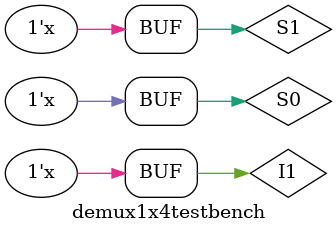
<source format=v>
`timescale 1ns / 1ps


module demux1x4testbench;

	// Inputs
	reg I1;
	reg S1;
	reg S0;

	// Outputs
	wire m1;
	wire m2;
	wire m3;
	wire m4;

	// Instantiate the Unit Under Test (UUT)
	demux1x4 uut ( 
		.I1(I1), 
		.S1(S1), 
		.S0(S0), 
		.m1(m1), 
		.m2(m2), 
		.m3(m3), 
		.m4(m4)
	);

	initial begin
		// Initialize Inputs
		I1 = 0;
		S1 = 0;
		S0 = 0;

		// Wait 100 ns for global reset to finish
		#100;
        
		// Add stimulus here

	end
	
	always #1 I1=~I1;
	always #2 S0=~S0;
	always #4 S1=~S1;
      
endmodule


</source>
